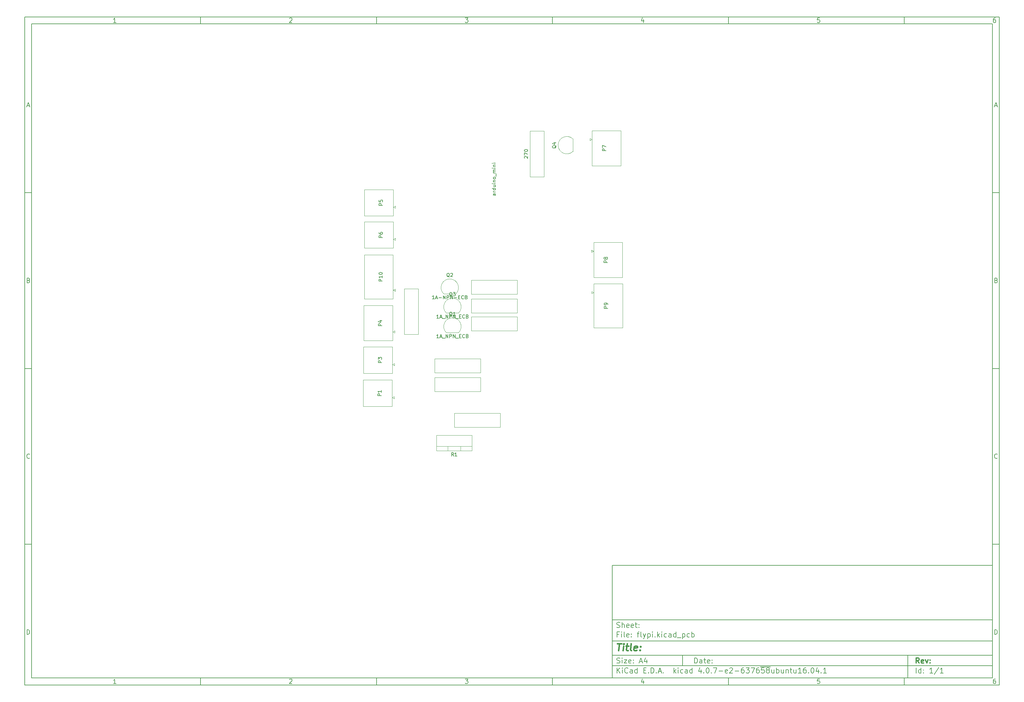
<source format=gbr>
G04 #@! TF.FileFunction,Other,Fab,Top*
%FSLAX46Y46*%
G04 Gerber Fmt 4.6, Leading zero omitted, Abs format (unit mm)*
G04 Created by KiCad (PCBNEW 4.0.7-e2-6376~58~ubuntu16.04.1) date Sun Nov  5 22:34:49 2017*
%MOMM*%
%LPD*%
G01*
G04 APERTURE LIST*
%ADD10C,0.100000*%
%ADD11C,0.150000*%
%ADD12C,0.300000*%
%ADD13C,0.400000*%
G04 APERTURE END LIST*
D10*
D11*
X177002200Y-166007200D02*
X177002200Y-198007200D01*
X285002200Y-198007200D01*
X285002200Y-166007200D01*
X177002200Y-166007200D01*
D10*
D11*
X10000000Y-10000000D02*
X10000000Y-200007200D01*
X287002200Y-200007200D01*
X287002200Y-10000000D01*
X10000000Y-10000000D01*
D10*
D11*
X12000000Y-12000000D02*
X12000000Y-198007200D01*
X285002200Y-198007200D01*
X285002200Y-12000000D01*
X12000000Y-12000000D01*
D10*
D11*
X60000000Y-12000000D02*
X60000000Y-10000000D01*
D10*
D11*
X110000000Y-12000000D02*
X110000000Y-10000000D01*
D10*
D11*
X160000000Y-12000000D02*
X160000000Y-10000000D01*
D10*
D11*
X210000000Y-12000000D02*
X210000000Y-10000000D01*
D10*
D11*
X260000000Y-12000000D02*
X260000000Y-10000000D01*
D10*
D11*
X35990476Y-11588095D02*
X35247619Y-11588095D01*
X35619048Y-11588095D02*
X35619048Y-10288095D01*
X35495238Y-10473810D01*
X35371429Y-10597619D01*
X35247619Y-10659524D01*
D10*
D11*
X85247619Y-10411905D02*
X85309524Y-10350000D01*
X85433333Y-10288095D01*
X85742857Y-10288095D01*
X85866667Y-10350000D01*
X85928571Y-10411905D01*
X85990476Y-10535714D01*
X85990476Y-10659524D01*
X85928571Y-10845238D01*
X85185714Y-11588095D01*
X85990476Y-11588095D01*
D10*
D11*
X135185714Y-10288095D02*
X135990476Y-10288095D01*
X135557143Y-10783333D01*
X135742857Y-10783333D01*
X135866667Y-10845238D01*
X135928571Y-10907143D01*
X135990476Y-11030952D01*
X135990476Y-11340476D01*
X135928571Y-11464286D01*
X135866667Y-11526190D01*
X135742857Y-11588095D01*
X135371429Y-11588095D01*
X135247619Y-11526190D01*
X135185714Y-11464286D01*
D10*
D11*
X185866667Y-10721429D02*
X185866667Y-11588095D01*
X185557143Y-10226190D02*
X185247619Y-11154762D01*
X186052381Y-11154762D01*
D10*
D11*
X235928571Y-10288095D02*
X235309524Y-10288095D01*
X235247619Y-10907143D01*
X235309524Y-10845238D01*
X235433333Y-10783333D01*
X235742857Y-10783333D01*
X235866667Y-10845238D01*
X235928571Y-10907143D01*
X235990476Y-11030952D01*
X235990476Y-11340476D01*
X235928571Y-11464286D01*
X235866667Y-11526190D01*
X235742857Y-11588095D01*
X235433333Y-11588095D01*
X235309524Y-11526190D01*
X235247619Y-11464286D01*
D10*
D11*
X285866667Y-10288095D02*
X285619048Y-10288095D01*
X285495238Y-10350000D01*
X285433333Y-10411905D01*
X285309524Y-10597619D01*
X285247619Y-10845238D01*
X285247619Y-11340476D01*
X285309524Y-11464286D01*
X285371429Y-11526190D01*
X285495238Y-11588095D01*
X285742857Y-11588095D01*
X285866667Y-11526190D01*
X285928571Y-11464286D01*
X285990476Y-11340476D01*
X285990476Y-11030952D01*
X285928571Y-10907143D01*
X285866667Y-10845238D01*
X285742857Y-10783333D01*
X285495238Y-10783333D01*
X285371429Y-10845238D01*
X285309524Y-10907143D01*
X285247619Y-11030952D01*
D10*
D11*
X60000000Y-198007200D02*
X60000000Y-200007200D01*
D10*
D11*
X110000000Y-198007200D02*
X110000000Y-200007200D01*
D10*
D11*
X160000000Y-198007200D02*
X160000000Y-200007200D01*
D10*
D11*
X210000000Y-198007200D02*
X210000000Y-200007200D01*
D10*
D11*
X260000000Y-198007200D02*
X260000000Y-200007200D01*
D10*
D11*
X35990476Y-199595295D02*
X35247619Y-199595295D01*
X35619048Y-199595295D02*
X35619048Y-198295295D01*
X35495238Y-198481010D01*
X35371429Y-198604819D01*
X35247619Y-198666724D01*
D10*
D11*
X85247619Y-198419105D02*
X85309524Y-198357200D01*
X85433333Y-198295295D01*
X85742857Y-198295295D01*
X85866667Y-198357200D01*
X85928571Y-198419105D01*
X85990476Y-198542914D01*
X85990476Y-198666724D01*
X85928571Y-198852438D01*
X85185714Y-199595295D01*
X85990476Y-199595295D01*
D10*
D11*
X135185714Y-198295295D02*
X135990476Y-198295295D01*
X135557143Y-198790533D01*
X135742857Y-198790533D01*
X135866667Y-198852438D01*
X135928571Y-198914343D01*
X135990476Y-199038152D01*
X135990476Y-199347676D01*
X135928571Y-199471486D01*
X135866667Y-199533390D01*
X135742857Y-199595295D01*
X135371429Y-199595295D01*
X135247619Y-199533390D01*
X135185714Y-199471486D01*
D10*
D11*
X185866667Y-198728629D02*
X185866667Y-199595295D01*
X185557143Y-198233390D02*
X185247619Y-199161962D01*
X186052381Y-199161962D01*
D10*
D11*
X235928571Y-198295295D02*
X235309524Y-198295295D01*
X235247619Y-198914343D01*
X235309524Y-198852438D01*
X235433333Y-198790533D01*
X235742857Y-198790533D01*
X235866667Y-198852438D01*
X235928571Y-198914343D01*
X235990476Y-199038152D01*
X235990476Y-199347676D01*
X235928571Y-199471486D01*
X235866667Y-199533390D01*
X235742857Y-199595295D01*
X235433333Y-199595295D01*
X235309524Y-199533390D01*
X235247619Y-199471486D01*
D10*
D11*
X285866667Y-198295295D02*
X285619048Y-198295295D01*
X285495238Y-198357200D01*
X285433333Y-198419105D01*
X285309524Y-198604819D01*
X285247619Y-198852438D01*
X285247619Y-199347676D01*
X285309524Y-199471486D01*
X285371429Y-199533390D01*
X285495238Y-199595295D01*
X285742857Y-199595295D01*
X285866667Y-199533390D01*
X285928571Y-199471486D01*
X285990476Y-199347676D01*
X285990476Y-199038152D01*
X285928571Y-198914343D01*
X285866667Y-198852438D01*
X285742857Y-198790533D01*
X285495238Y-198790533D01*
X285371429Y-198852438D01*
X285309524Y-198914343D01*
X285247619Y-199038152D01*
D10*
D11*
X10000000Y-60000000D02*
X12000000Y-60000000D01*
D10*
D11*
X10000000Y-110000000D02*
X12000000Y-110000000D01*
D10*
D11*
X10000000Y-160000000D02*
X12000000Y-160000000D01*
D10*
D11*
X10690476Y-35216667D02*
X11309524Y-35216667D01*
X10566667Y-35588095D02*
X11000000Y-34288095D01*
X11433333Y-35588095D01*
D10*
D11*
X11092857Y-84907143D02*
X11278571Y-84969048D01*
X11340476Y-85030952D01*
X11402381Y-85154762D01*
X11402381Y-85340476D01*
X11340476Y-85464286D01*
X11278571Y-85526190D01*
X11154762Y-85588095D01*
X10659524Y-85588095D01*
X10659524Y-84288095D01*
X11092857Y-84288095D01*
X11216667Y-84350000D01*
X11278571Y-84411905D01*
X11340476Y-84535714D01*
X11340476Y-84659524D01*
X11278571Y-84783333D01*
X11216667Y-84845238D01*
X11092857Y-84907143D01*
X10659524Y-84907143D01*
D10*
D11*
X11402381Y-135464286D02*
X11340476Y-135526190D01*
X11154762Y-135588095D01*
X11030952Y-135588095D01*
X10845238Y-135526190D01*
X10721429Y-135402381D01*
X10659524Y-135278571D01*
X10597619Y-135030952D01*
X10597619Y-134845238D01*
X10659524Y-134597619D01*
X10721429Y-134473810D01*
X10845238Y-134350000D01*
X11030952Y-134288095D01*
X11154762Y-134288095D01*
X11340476Y-134350000D01*
X11402381Y-134411905D01*
D10*
D11*
X10659524Y-185588095D02*
X10659524Y-184288095D01*
X10969048Y-184288095D01*
X11154762Y-184350000D01*
X11278571Y-184473810D01*
X11340476Y-184597619D01*
X11402381Y-184845238D01*
X11402381Y-185030952D01*
X11340476Y-185278571D01*
X11278571Y-185402381D01*
X11154762Y-185526190D01*
X10969048Y-185588095D01*
X10659524Y-185588095D01*
D10*
D11*
X287002200Y-60000000D02*
X285002200Y-60000000D01*
D10*
D11*
X287002200Y-110000000D02*
X285002200Y-110000000D01*
D10*
D11*
X287002200Y-160000000D02*
X285002200Y-160000000D01*
D10*
D11*
X285692676Y-35216667D02*
X286311724Y-35216667D01*
X285568867Y-35588095D02*
X286002200Y-34288095D01*
X286435533Y-35588095D01*
D10*
D11*
X286095057Y-84907143D02*
X286280771Y-84969048D01*
X286342676Y-85030952D01*
X286404581Y-85154762D01*
X286404581Y-85340476D01*
X286342676Y-85464286D01*
X286280771Y-85526190D01*
X286156962Y-85588095D01*
X285661724Y-85588095D01*
X285661724Y-84288095D01*
X286095057Y-84288095D01*
X286218867Y-84350000D01*
X286280771Y-84411905D01*
X286342676Y-84535714D01*
X286342676Y-84659524D01*
X286280771Y-84783333D01*
X286218867Y-84845238D01*
X286095057Y-84907143D01*
X285661724Y-84907143D01*
D10*
D11*
X286404581Y-135464286D02*
X286342676Y-135526190D01*
X286156962Y-135588095D01*
X286033152Y-135588095D01*
X285847438Y-135526190D01*
X285723629Y-135402381D01*
X285661724Y-135278571D01*
X285599819Y-135030952D01*
X285599819Y-134845238D01*
X285661724Y-134597619D01*
X285723629Y-134473810D01*
X285847438Y-134350000D01*
X286033152Y-134288095D01*
X286156962Y-134288095D01*
X286342676Y-134350000D01*
X286404581Y-134411905D01*
D10*
D11*
X285661724Y-185588095D02*
X285661724Y-184288095D01*
X285971248Y-184288095D01*
X286156962Y-184350000D01*
X286280771Y-184473810D01*
X286342676Y-184597619D01*
X286404581Y-184845238D01*
X286404581Y-185030952D01*
X286342676Y-185278571D01*
X286280771Y-185402381D01*
X286156962Y-185526190D01*
X285971248Y-185588095D01*
X285661724Y-185588095D01*
D10*
D11*
X200359343Y-193785771D02*
X200359343Y-192285771D01*
X200716486Y-192285771D01*
X200930771Y-192357200D01*
X201073629Y-192500057D01*
X201145057Y-192642914D01*
X201216486Y-192928629D01*
X201216486Y-193142914D01*
X201145057Y-193428629D01*
X201073629Y-193571486D01*
X200930771Y-193714343D01*
X200716486Y-193785771D01*
X200359343Y-193785771D01*
X202502200Y-193785771D02*
X202502200Y-193000057D01*
X202430771Y-192857200D01*
X202287914Y-192785771D01*
X202002200Y-192785771D01*
X201859343Y-192857200D01*
X202502200Y-193714343D02*
X202359343Y-193785771D01*
X202002200Y-193785771D01*
X201859343Y-193714343D01*
X201787914Y-193571486D01*
X201787914Y-193428629D01*
X201859343Y-193285771D01*
X202002200Y-193214343D01*
X202359343Y-193214343D01*
X202502200Y-193142914D01*
X203002200Y-192785771D02*
X203573629Y-192785771D01*
X203216486Y-192285771D02*
X203216486Y-193571486D01*
X203287914Y-193714343D01*
X203430772Y-193785771D01*
X203573629Y-193785771D01*
X204645057Y-193714343D02*
X204502200Y-193785771D01*
X204216486Y-193785771D01*
X204073629Y-193714343D01*
X204002200Y-193571486D01*
X204002200Y-193000057D01*
X204073629Y-192857200D01*
X204216486Y-192785771D01*
X204502200Y-192785771D01*
X204645057Y-192857200D01*
X204716486Y-193000057D01*
X204716486Y-193142914D01*
X204002200Y-193285771D01*
X205359343Y-193642914D02*
X205430771Y-193714343D01*
X205359343Y-193785771D01*
X205287914Y-193714343D01*
X205359343Y-193642914D01*
X205359343Y-193785771D01*
X205359343Y-192857200D02*
X205430771Y-192928629D01*
X205359343Y-193000057D01*
X205287914Y-192928629D01*
X205359343Y-192857200D01*
X205359343Y-193000057D01*
D10*
D11*
X177002200Y-194507200D02*
X285002200Y-194507200D01*
D10*
D11*
X178359343Y-196585771D02*
X178359343Y-195085771D01*
X179216486Y-196585771D02*
X178573629Y-195728629D01*
X179216486Y-195085771D02*
X178359343Y-195942914D01*
X179859343Y-196585771D02*
X179859343Y-195585771D01*
X179859343Y-195085771D02*
X179787914Y-195157200D01*
X179859343Y-195228629D01*
X179930771Y-195157200D01*
X179859343Y-195085771D01*
X179859343Y-195228629D01*
X181430772Y-196442914D02*
X181359343Y-196514343D01*
X181145057Y-196585771D01*
X181002200Y-196585771D01*
X180787915Y-196514343D01*
X180645057Y-196371486D01*
X180573629Y-196228629D01*
X180502200Y-195942914D01*
X180502200Y-195728629D01*
X180573629Y-195442914D01*
X180645057Y-195300057D01*
X180787915Y-195157200D01*
X181002200Y-195085771D01*
X181145057Y-195085771D01*
X181359343Y-195157200D01*
X181430772Y-195228629D01*
X182716486Y-196585771D02*
X182716486Y-195800057D01*
X182645057Y-195657200D01*
X182502200Y-195585771D01*
X182216486Y-195585771D01*
X182073629Y-195657200D01*
X182716486Y-196514343D02*
X182573629Y-196585771D01*
X182216486Y-196585771D01*
X182073629Y-196514343D01*
X182002200Y-196371486D01*
X182002200Y-196228629D01*
X182073629Y-196085771D01*
X182216486Y-196014343D01*
X182573629Y-196014343D01*
X182716486Y-195942914D01*
X184073629Y-196585771D02*
X184073629Y-195085771D01*
X184073629Y-196514343D02*
X183930772Y-196585771D01*
X183645058Y-196585771D01*
X183502200Y-196514343D01*
X183430772Y-196442914D01*
X183359343Y-196300057D01*
X183359343Y-195871486D01*
X183430772Y-195728629D01*
X183502200Y-195657200D01*
X183645058Y-195585771D01*
X183930772Y-195585771D01*
X184073629Y-195657200D01*
X185930772Y-195800057D02*
X186430772Y-195800057D01*
X186645058Y-196585771D02*
X185930772Y-196585771D01*
X185930772Y-195085771D01*
X186645058Y-195085771D01*
X187287915Y-196442914D02*
X187359343Y-196514343D01*
X187287915Y-196585771D01*
X187216486Y-196514343D01*
X187287915Y-196442914D01*
X187287915Y-196585771D01*
X188002201Y-196585771D02*
X188002201Y-195085771D01*
X188359344Y-195085771D01*
X188573629Y-195157200D01*
X188716487Y-195300057D01*
X188787915Y-195442914D01*
X188859344Y-195728629D01*
X188859344Y-195942914D01*
X188787915Y-196228629D01*
X188716487Y-196371486D01*
X188573629Y-196514343D01*
X188359344Y-196585771D01*
X188002201Y-196585771D01*
X189502201Y-196442914D02*
X189573629Y-196514343D01*
X189502201Y-196585771D01*
X189430772Y-196514343D01*
X189502201Y-196442914D01*
X189502201Y-196585771D01*
X190145058Y-196157200D02*
X190859344Y-196157200D01*
X190002201Y-196585771D02*
X190502201Y-195085771D01*
X191002201Y-196585771D01*
X191502201Y-196442914D02*
X191573629Y-196514343D01*
X191502201Y-196585771D01*
X191430772Y-196514343D01*
X191502201Y-196442914D01*
X191502201Y-196585771D01*
X194502201Y-196585771D02*
X194502201Y-195085771D01*
X194645058Y-196014343D02*
X195073629Y-196585771D01*
X195073629Y-195585771D02*
X194502201Y-196157200D01*
X195716487Y-196585771D02*
X195716487Y-195585771D01*
X195716487Y-195085771D02*
X195645058Y-195157200D01*
X195716487Y-195228629D01*
X195787915Y-195157200D01*
X195716487Y-195085771D01*
X195716487Y-195228629D01*
X197073630Y-196514343D02*
X196930773Y-196585771D01*
X196645059Y-196585771D01*
X196502201Y-196514343D01*
X196430773Y-196442914D01*
X196359344Y-196300057D01*
X196359344Y-195871486D01*
X196430773Y-195728629D01*
X196502201Y-195657200D01*
X196645059Y-195585771D01*
X196930773Y-195585771D01*
X197073630Y-195657200D01*
X198359344Y-196585771D02*
X198359344Y-195800057D01*
X198287915Y-195657200D01*
X198145058Y-195585771D01*
X197859344Y-195585771D01*
X197716487Y-195657200D01*
X198359344Y-196514343D02*
X198216487Y-196585771D01*
X197859344Y-196585771D01*
X197716487Y-196514343D01*
X197645058Y-196371486D01*
X197645058Y-196228629D01*
X197716487Y-196085771D01*
X197859344Y-196014343D01*
X198216487Y-196014343D01*
X198359344Y-195942914D01*
X199716487Y-196585771D02*
X199716487Y-195085771D01*
X199716487Y-196514343D02*
X199573630Y-196585771D01*
X199287916Y-196585771D01*
X199145058Y-196514343D01*
X199073630Y-196442914D01*
X199002201Y-196300057D01*
X199002201Y-195871486D01*
X199073630Y-195728629D01*
X199145058Y-195657200D01*
X199287916Y-195585771D01*
X199573630Y-195585771D01*
X199716487Y-195657200D01*
X202216487Y-195585771D02*
X202216487Y-196585771D01*
X201859344Y-195014343D02*
X201502201Y-196085771D01*
X202430773Y-196085771D01*
X203002201Y-196442914D02*
X203073629Y-196514343D01*
X203002201Y-196585771D01*
X202930772Y-196514343D01*
X203002201Y-196442914D01*
X203002201Y-196585771D01*
X204002201Y-195085771D02*
X204145058Y-195085771D01*
X204287915Y-195157200D01*
X204359344Y-195228629D01*
X204430773Y-195371486D01*
X204502201Y-195657200D01*
X204502201Y-196014343D01*
X204430773Y-196300057D01*
X204359344Y-196442914D01*
X204287915Y-196514343D01*
X204145058Y-196585771D01*
X204002201Y-196585771D01*
X203859344Y-196514343D01*
X203787915Y-196442914D01*
X203716487Y-196300057D01*
X203645058Y-196014343D01*
X203645058Y-195657200D01*
X203716487Y-195371486D01*
X203787915Y-195228629D01*
X203859344Y-195157200D01*
X204002201Y-195085771D01*
X205145058Y-196442914D02*
X205216486Y-196514343D01*
X205145058Y-196585771D01*
X205073629Y-196514343D01*
X205145058Y-196442914D01*
X205145058Y-196585771D01*
X205716487Y-195085771D02*
X206716487Y-195085771D01*
X206073630Y-196585771D01*
X207287915Y-196014343D02*
X208430772Y-196014343D01*
X209716486Y-196514343D02*
X209573629Y-196585771D01*
X209287915Y-196585771D01*
X209145058Y-196514343D01*
X209073629Y-196371486D01*
X209073629Y-195800057D01*
X209145058Y-195657200D01*
X209287915Y-195585771D01*
X209573629Y-195585771D01*
X209716486Y-195657200D01*
X209787915Y-195800057D01*
X209787915Y-195942914D01*
X209073629Y-196085771D01*
X210359343Y-195228629D02*
X210430772Y-195157200D01*
X210573629Y-195085771D01*
X210930772Y-195085771D01*
X211073629Y-195157200D01*
X211145058Y-195228629D01*
X211216486Y-195371486D01*
X211216486Y-195514343D01*
X211145058Y-195728629D01*
X210287915Y-196585771D01*
X211216486Y-196585771D01*
X211859343Y-196014343D02*
X213002200Y-196014343D01*
X214359343Y-195085771D02*
X214073629Y-195085771D01*
X213930772Y-195157200D01*
X213859343Y-195228629D01*
X213716486Y-195442914D01*
X213645057Y-195728629D01*
X213645057Y-196300057D01*
X213716486Y-196442914D01*
X213787914Y-196514343D01*
X213930772Y-196585771D01*
X214216486Y-196585771D01*
X214359343Y-196514343D01*
X214430772Y-196442914D01*
X214502200Y-196300057D01*
X214502200Y-195942914D01*
X214430772Y-195800057D01*
X214359343Y-195728629D01*
X214216486Y-195657200D01*
X213930772Y-195657200D01*
X213787914Y-195728629D01*
X213716486Y-195800057D01*
X213645057Y-195942914D01*
X215002200Y-195085771D02*
X215930771Y-195085771D01*
X215430771Y-195657200D01*
X215645057Y-195657200D01*
X215787914Y-195728629D01*
X215859343Y-195800057D01*
X215930771Y-195942914D01*
X215930771Y-196300057D01*
X215859343Y-196442914D01*
X215787914Y-196514343D01*
X215645057Y-196585771D01*
X215216485Y-196585771D01*
X215073628Y-196514343D01*
X215002200Y-196442914D01*
X216430771Y-195085771D02*
X217430771Y-195085771D01*
X216787914Y-196585771D01*
X218645056Y-195085771D02*
X218359342Y-195085771D01*
X218216485Y-195157200D01*
X218145056Y-195228629D01*
X218002199Y-195442914D01*
X217930770Y-195728629D01*
X217930770Y-196300057D01*
X218002199Y-196442914D01*
X218073627Y-196514343D01*
X218216485Y-196585771D01*
X218502199Y-196585771D01*
X218645056Y-196514343D01*
X218716485Y-196442914D01*
X218787913Y-196300057D01*
X218787913Y-195942914D01*
X218716485Y-195800057D01*
X218645056Y-195728629D01*
X218502199Y-195657200D01*
X218216485Y-195657200D01*
X218073627Y-195728629D01*
X218002199Y-195800057D01*
X217930770Y-195942914D01*
X220145056Y-195085771D02*
X219430770Y-195085771D01*
X219359341Y-195800057D01*
X219430770Y-195728629D01*
X219573627Y-195657200D01*
X219930770Y-195657200D01*
X220073627Y-195728629D01*
X220145056Y-195800057D01*
X220216484Y-195942914D01*
X220216484Y-196300057D01*
X220145056Y-196442914D01*
X220073627Y-196514343D01*
X219930770Y-196585771D01*
X219573627Y-196585771D01*
X219430770Y-196514343D01*
X219359341Y-196442914D01*
X221073627Y-195728629D02*
X220930769Y-195657200D01*
X220859341Y-195585771D01*
X220787912Y-195442914D01*
X220787912Y-195371486D01*
X220859341Y-195228629D01*
X220930769Y-195157200D01*
X221073627Y-195085771D01*
X221359341Y-195085771D01*
X221502198Y-195157200D01*
X221573627Y-195228629D01*
X221645055Y-195371486D01*
X221645055Y-195442914D01*
X221573627Y-195585771D01*
X221502198Y-195657200D01*
X221359341Y-195728629D01*
X221073627Y-195728629D01*
X220930769Y-195800057D01*
X220859341Y-195871486D01*
X220787912Y-196014343D01*
X220787912Y-196300057D01*
X220859341Y-196442914D01*
X220930769Y-196514343D01*
X221073627Y-196585771D01*
X221359341Y-196585771D01*
X221502198Y-196514343D01*
X221573627Y-196442914D01*
X221645055Y-196300057D01*
X221645055Y-196014343D01*
X221573627Y-195871486D01*
X221502198Y-195800057D01*
X221359341Y-195728629D01*
X219073627Y-194827200D02*
X221930769Y-194827200D01*
X222930769Y-195585771D02*
X222930769Y-196585771D01*
X222287912Y-195585771D02*
X222287912Y-196371486D01*
X222359340Y-196514343D01*
X222502198Y-196585771D01*
X222716483Y-196585771D01*
X222859340Y-196514343D01*
X222930769Y-196442914D01*
X223645055Y-196585771D02*
X223645055Y-195085771D01*
X223645055Y-195657200D02*
X223787912Y-195585771D01*
X224073626Y-195585771D01*
X224216483Y-195657200D01*
X224287912Y-195728629D01*
X224359341Y-195871486D01*
X224359341Y-196300057D01*
X224287912Y-196442914D01*
X224216483Y-196514343D01*
X224073626Y-196585771D01*
X223787912Y-196585771D01*
X223645055Y-196514343D01*
X225645055Y-195585771D02*
X225645055Y-196585771D01*
X225002198Y-195585771D02*
X225002198Y-196371486D01*
X225073626Y-196514343D01*
X225216484Y-196585771D01*
X225430769Y-196585771D01*
X225573626Y-196514343D01*
X225645055Y-196442914D01*
X226359341Y-195585771D02*
X226359341Y-196585771D01*
X226359341Y-195728629D02*
X226430769Y-195657200D01*
X226573627Y-195585771D01*
X226787912Y-195585771D01*
X226930769Y-195657200D01*
X227002198Y-195800057D01*
X227002198Y-196585771D01*
X227502198Y-195585771D02*
X228073627Y-195585771D01*
X227716484Y-195085771D02*
X227716484Y-196371486D01*
X227787912Y-196514343D01*
X227930770Y-196585771D01*
X228073627Y-196585771D01*
X229216484Y-195585771D02*
X229216484Y-196585771D01*
X228573627Y-195585771D02*
X228573627Y-196371486D01*
X228645055Y-196514343D01*
X228787913Y-196585771D01*
X229002198Y-196585771D01*
X229145055Y-196514343D01*
X229216484Y-196442914D01*
X230716484Y-196585771D02*
X229859341Y-196585771D01*
X230287913Y-196585771D02*
X230287913Y-195085771D01*
X230145056Y-195300057D01*
X230002198Y-195442914D01*
X229859341Y-195514343D01*
X232002198Y-195085771D02*
X231716484Y-195085771D01*
X231573627Y-195157200D01*
X231502198Y-195228629D01*
X231359341Y-195442914D01*
X231287912Y-195728629D01*
X231287912Y-196300057D01*
X231359341Y-196442914D01*
X231430769Y-196514343D01*
X231573627Y-196585771D01*
X231859341Y-196585771D01*
X232002198Y-196514343D01*
X232073627Y-196442914D01*
X232145055Y-196300057D01*
X232145055Y-195942914D01*
X232073627Y-195800057D01*
X232002198Y-195728629D01*
X231859341Y-195657200D01*
X231573627Y-195657200D01*
X231430769Y-195728629D01*
X231359341Y-195800057D01*
X231287912Y-195942914D01*
X232787912Y-196442914D02*
X232859340Y-196514343D01*
X232787912Y-196585771D01*
X232716483Y-196514343D01*
X232787912Y-196442914D01*
X232787912Y-196585771D01*
X233787912Y-195085771D02*
X233930769Y-195085771D01*
X234073626Y-195157200D01*
X234145055Y-195228629D01*
X234216484Y-195371486D01*
X234287912Y-195657200D01*
X234287912Y-196014343D01*
X234216484Y-196300057D01*
X234145055Y-196442914D01*
X234073626Y-196514343D01*
X233930769Y-196585771D01*
X233787912Y-196585771D01*
X233645055Y-196514343D01*
X233573626Y-196442914D01*
X233502198Y-196300057D01*
X233430769Y-196014343D01*
X233430769Y-195657200D01*
X233502198Y-195371486D01*
X233573626Y-195228629D01*
X233645055Y-195157200D01*
X233787912Y-195085771D01*
X235573626Y-195585771D02*
X235573626Y-196585771D01*
X235216483Y-195014343D02*
X234859340Y-196085771D01*
X235787912Y-196085771D01*
X236359340Y-196442914D02*
X236430768Y-196514343D01*
X236359340Y-196585771D01*
X236287911Y-196514343D01*
X236359340Y-196442914D01*
X236359340Y-196585771D01*
X237859340Y-196585771D02*
X237002197Y-196585771D01*
X237430769Y-196585771D02*
X237430769Y-195085771D01*
X237287912Y-195300057D01*
X237145054Y-195442914D01*
X237002197Y-195514343D01*
D10*
D11*
X177002200Y-191507200D02*
X285002200Y-191507200D01*
D10*
D12*
X264216486Y-193785771D02*
X263716486Y-193071486D01*
X263359343Y-193785771D02*
X263359343Y-192285771D01*
X263930771Y-192285771D01*
X264073629Y-192357200D01*
X264145057Y-192428629D01*
X264216486Y-192571486D01*
X264216486Y-192785771D01*
X264145057Y-192928629D01*
X264073629Y-193000057D01*
X263930771Y-193071486D01*
X263359343Y-193071486D01*
X265430771Y-193714343D02*
X265287914Y-193785771D01*
X265002200Y-193785771D01*
X264859343Y-193714343D01*
X264787914Y-193571486D01*
X264787914Y-193000057D01*
X264859343Y-192857200D01*
X265002200Y-192785771D01*
X265287914Y-192785771D01*
X265430771Y-192857200D01*
X265502200Y-193000057D01*
X265502200Y-193142914D01*
X264787914Y-193285771D01*
X266002200Y-192785771D02*
X266359343Y-193785771D01*
X266716485Y-192785771D01*
X267287914Y-193642914D02*
X267359342Y-193714343D01*
X267287914Y-193785771D01*
X267216485Y-193714343D01*
X267287914Y-193642914D01*
X267287914Y-193785771D01*
X267287914Y-192857200D02*
X267359342Y-192928629D01*
X267287914Y-193000057D01*
X267216485Y-192928629D01*
X267287914Y-192857200D01*
X267287914Y-193000057D01*
D10*
D11*
X178287914Y-193714343D02*
X178502200Y-193785771D01*
X178859343Y-193785771D01*
X179002200Y-193714343D01*
X179073629Y-193642914D01*
X179145057Y-193500057D01*
X179145057Y-193357200D01*
X179073629Y-193214343D01*
X179002200Y-193142914D01*
X178859343Y-193071486D01*
X178573629Y-193000057D01*
X178430771Y-192928629D01*
X178359343Y-192857200D01*
X178287914Y-192714343D01*
X178287914Y-192571486D01*
X178359343Y-192428629D01*
X178430771Y-192357200D01*
X178573629Y-192285771D01*
X178930771Y-192285771D01*
X179145057Y-192357200D01*
X179787914Y-193785771D02*
X179787914Y-192785771D01*
X179787914Y-192285771D02*
X179716485Y-192357200D01*
X179787914Y-192428629D01*
X179859342Y-192357200D01*
X179787914Y-192285771D01*
X179787914Y-192428629D01*
X180359343Y-192785771D02*
X181145057Y-192785771D01*
X180359343Y-193785771D01*
X181145057Y-193785771D01*
X182287914Y-193714343D02*
X182145057Y-193785771D01*
X181859343Y-193785771D01*
X181716486Y-193714343D01*
X181645057Y-193571486D01*
X181645057Y-193000057D01*
X181716486Y-192857200D01*
X181859343Y-192785771D01*
X182145057Y-192785771D01*
X182287914Y-192857200D01*
X182359343Y-193000057D01*
X182359343Y-193142914D01*
X181645057Y-193285771D01*
X183002200Y-193642914D02*
X183073628Y-193714343D01*
X183002200Y-193785771D01*
X182930771Y-193714343D01*
X183002200Y-193642914D01*
X183002200Y-193785771D01*
X183002200Y-192857200D02*
X183073628Y-192928629D01*
X183002200Y-193000057D01*
X182930771Y-192928629D01*
X183002200Y-192857200D01*
X183002200Y-193000057D01*
X184787914Y-193357200D02*
X185502200Y-193357200D01*
X184645057Y-193785771D02*
X185145057Y-192285771D01*
X185645057Y-193785771D01*
X186787914Y-192785771D02*
X186787914Y-193785771D01*
X186430771Y-192214343D02*
X186073628Y-193285771D01*
X187002200Y-193285771D01*
D10*
D11*
X263359343Y-196585771D02*
X263359343Y-195085771D01*
X264716486Y-196585771D02*
X264716486Y-195085771D01*
X264716486Y-196514343D02*
X264573629Y-196585771D01*
X264287915Y-196585771D01*
X264145057Y-196514343D01*
X264073629Y-196442914D01*
X264002200Y-196300057D01*
X264002200Y-195871486D01*
X264073629Y-195728629D01*
X264145057Y-195657200D01*
X264287915Y-195585771D01*
X264573629Y-195585771D01*
X264716486Y-195657200D01*
X265430772Y-196442914D02*
X265502200Y-196514343D01*
X265430772Y-196585771D01*
X265359343Y-196514343D01*
X265430772Y-196442914D01*
X265430772Y-196585771D01*
X265430772Y-195657200D02*
X265502200Y-195728629D01*
X265430772Y-195800057D01*
X265359343Y-195728629D01*
X265430772Y-195657200D01*
X265430772Y-195800057D01*
X268073629Y-196585771D02*
X267216486Y-196585771D01*
X267645058Y-196585771D02*
X267645058Y-195085771D01*
X267502201Y-195300057D01*
X267359343Y-195442914D01*
X267216486Y-195514343D01*
X269787914Y-195014343D02*
X268502200Y-196942914D01*
X271073629Y-196585771D02*
X270216486Y-196585771D01*
X270645058Y-196585771D02*
X270645058Y-195085771D01*
X270502201Y-195300057D01*
X270359343Y-195442914D01*
X270216486Y-195514343D01*
D10*
D11*
X177002200Y-187507200D02*
X285002200Y-187507200D01*
D10*
D13*
X178454581Y-188211962D02*
X179597438Y-188211962D01*
X178776010Y-190211962D02*
X179026010Y-188211962D01*
X180014105Y-190211962D02*
X180180771Y-188878629D01*
X180264105Y-188211962D02*
X180156962Y-188307200D01*
X180240295Y-188402438D01*
X180347439Y-188307200D01*
X180264105Y-188211962D01*
X180240295Y-188402438D01*
X180847438Y-188878629D02*
X181609343Y-188878629D01*
X181216486Y-188211962D02*
X181002200Y-189926248D01*
X181073630Y-190116724D01*
X181252201Y-190211962D01*
X181442677Y-190211962D01*
X182395058Y-190211962D02*
X182216487Y-190116724D01*
X182145057Y-189926248D01*
X182359343Y-188211962D01*
X183930772Y-190116724D02*
X183728391Y-190211962D01*
X183347439Y-190211962D01*
X183168867Y-190116724D01*
X183097438Y-189926248D01*
X183192676Y-189164343D01*
X183311724Y-188973867D01*
X183514105Y-188878629D01*
X183895057Y-188878629D01*
X184073629Y-188973867D01*
X184145057Y-189164343D01*
X184121248Y-189354819D01*
X183145057Y-189545295D01*
X184895057Y-190021486D02*
X184978392Y-190116724D01*
X184871248Y-190211962D01*
X184787915Y-190116724D01*
X184895057Y-190021486D01*
X184871248Y-190211962D01*
X185026010Y-188973867D02*
X185109344Y-189069105D01*
X185002200Y-189164343D01*
X184918867Y-189069105D01*
X185026010Y-188973867D01*
X185002200Y-189164343D01*
D10*
D11*
X178859343Y-185600057D02*
X178359343Y-185600057D01*
X178359343Y-186385771D02*
X178359343Y-184885771D01*
X179073629Y-184885771D01*
X179645057Y-186385771D02*
X179645057Y-185385771D01*
X179645057Y-184885771D02*
X179573628Y-184957200D01*
X179645057Y-185028629D01*
X179716485Y-184957200D01*
X179645057Y-184885771D01*
X179645057Y-185028629D01*
X180573629Y-186385771D02*
X180430771Y-186314343D01*
X180359343Y-186171486D01*
X180359343Y-184885771D01*
X181716485Y-186314343D02*
X181573628Y-186385771D01*
X181287914Y-186385771D01*
X181145057Y-186314343D01*
X181073628Y-186171486D01*
X181073628Y-185600057D01*
X181145057Y-185457200D01*
X181287914Y-185385771D01*
X181573628Y-185385771D01*
X181716485Y-185457200D01*
X181787914Y-185600057D01*
X181787914Y-185742914D01*
X181073628Y-185885771D01*
X182430771Y-186242914D02*
X182502199Y-186314343D01*
X182430771Y-186385771D01*
X182359342Y-186314343D01*
X182430771Y-186242914D01*
X182430771Y-186385771D01*
X182430771Y-185457200D02*
X182502199Y-185528629D01*
X182430771Y-185600057D01*
X182359342Y-185528629D01*
X182430771Y-185457200D01*
X182430771Y-185600057D01*
X184073628Y-185385771D02*
X184645057Y-185385771D01*
X184287914Y-186385771D02*
X184287914Y-185100057D01*
X184359342Y-184957200D01*
X184502200Y-184885771D01*
X184645057Y-184885771D01*
X185359343Y-186385771D02*
X185216485Y-186314343D01*
X185145057Y-186171486D01*
X185145057Y-184885771D01*
X185787914Y-185385771D02*
X186145057Y-186385771D01*
X186502199Y-185385771D02*
X186145057Y-186385771D01*
X186002199Y-186742914D01*
X185930771Y-186814343D01*
X185787914Y-186885771D01*
X187073628Y-185385771D02*
X187073628Y-186885771D01*
X187073628Y-185457200D02*
X187216485Y-185385771D01*
X187502199Y-185385771D01*
X187645056Y-185457200D01*
X187716485Y-185528629D01*
X187787914Y-185671486D01*
X187787914Y-186100057D01*
X187716485Y-186242914D01*
X187645056Y-186314343D01*
X187502199Y-186385771D01*
X187216485Y-186385771D01*
X187073628Y-186314343D01*
X188430771Y-186385771D02*
X188430771Y-185385771D01*
X188430771Y-184885771D02*
X188359342Y-184957200D01*
X188430771Y-185028629D01*
X188502199Y-184957200D01*
X188430771Y-184885771D01*
X188430771Y-185028629D01*
X189145057Y-186242914D02*
X189216485Y-186314343D01*
X189145057Y-186385771D01*
X189073628Y-186314343D01*
X189145057Y-186242914D01*
X189145057Y-186385771D01*
X189859343Y-186385771D02*
X189859343Y-184885771D01*
X190002200Y-185814343D02*
X190430771Y-186385771D01*
X190430771Y-185385771D02*
X189859343Y-185957200D01*
X191073629Y-186385771D02*
X191073629Y-185385771D01*
X191073629Y-184885771D02*
X191002200Y-184957200D01*
X191073629Y-185028629D01*
X191145057Y-184957200D01*
X191073629Y-184885771D01*
X191073629Y-185028629D01*
X192430772Y-186314343D02*
X192287915Y-186385771D01*
X192002201Y-186385771D01*
X191859343Y-186314343D01*
X191787915Y-186242914D01*
X191716486Y-186100057D01*
X191716486Y-185671486D01*
X191787915Y-185528629D01*
X191859343Y-185457200D01*
X192002201Y-185385771D01*
X192287915Y-185385771D01*
X192430772Y-185457200D01*
X193716486Y-186385771D02*
X193716486Y-185600057D01*
X193645057Y-185457200D01*
X193502200Y-185385771D01*
X193216486Y-185385771D01*
X193073629Y-185457200D01*
X193716486Y-186314343D02*
X193573629Y-186385771D01*
X193216486Y-186385771D01*
X193073629Y-186314343D01*
X193002200Y-186171486D01*
X193002200Y-186028629D01*
X193073629Y-185885771D01*
X193216486Y-185814343D01*
X193573629Y-185814343D01*
X193716486Y-185742914D01*
X195073629Y-186385771D02*
X195073629Y-184885771D01*
X195073629Y-186314343D02*
X194930772Y-186385771D01*
X194645058Y-186385771D01*
X194502200Y-186314343D01*
X194430772Y-186242914D01*
X194359343Y-186100057D01*
X194359343Y-185671486D01*
X194430772Y-185528629D01*
X194502200Y-185457200D01*
X194645058Y-185385771D01*
X194930772Y-185385771D01*
X195073629Y-185457200D01*
X195430772Y-186528629D02*
X196573629Y-186528629D01*
X196930772Y-185385771D02*
X196930772Y-186885771D01*
X196930772Y-185457200D02*
X197073629Y-185385771D01*
X197359343Y-185385771D01*
X197502200Y-185457200D01*
X197573629Y-185528629D01*
X197645058Y-185671486D01*
X197645058Y-186100057D01*
X197573629Y-186242914D01*
X197502200Y-186314343D01*
X197359343Y-186385771D01*
X197073629Y-186385771D01*
X196930772Y-186314343D01*
X198930772Y-186314343D02*
X198787915Y-186385771D01*
X198502201Y-186385771D01*
X198359343Y-186314343D01*
X198287915Y-186242914D01*
X198216486Y-186100057D01*
X198216486Y-185671486D01*
X198287915Y-185528629D01*
X198359343Y-185457200D01*
X198502201Y-185385771D01*
X198787915Y-185385771D01*
X198930772Y-185457200D01*
X199573629Y-186385771D02*
X199573629Y-184885771D01*
X199573629Y-185457200D02*
X199716486Y-185385771D01*
X200002200Y-185385771D01*
X200145057Y-185457200D01*
X200216486Y-185528629D01*
X200287915Y-185671486D01*
X200287915Y-186100057D01*
X200216486Y-186242914D01*
X200145057Y-186314343D01*
X200002200Y-186385771D01*
X199716486Y-186385771D01*
X199573629Y-186314343D01*
D10*
D11*
X177002200Y-181507200D02*
X285002200Y-181507200D01*
D10*
D11*
X178287914Y-183614343D02*
X178502200Y-183685771D01*
X178859343Y-183685771D01*
X179002200Y-183614343D01*
X179073629Y-183542914D01*
X179145057Y-183400057D01*
X179145057Y-183257200D01*
X179073629Y-183114343D01*
X179002200Y-183042914D01*
X178859343Y-182971486D01*
X178573629Y-182900057D01*
X178430771Y-182828629D01*
X178359343Y-182757200D01*
X178287914Y-182614343D01*
X178287914Y-182471486D01*
X178359343Y-182328629D01*
X178430771Y-182257200D01*
X178573629Y-182185771D01*
X178930771Y-182185771D01*
X179145057Y-182257200D01*
X179787914Y-183685771D02*
X179787914Y-182185771D01*
X180430771Y-183685771D02*
X180430771Y-182900057D01*
X180359342Y-182757200D01*
X180216485Y-182685771D01*
X180002200Y-182685771D01*
X179859342Y-182757200D01*
X179787914Y-182828629D01*
X181716485Y-183614343D02*
X181573628Y-183685771D01*
X181287914Y-183685771D01*
X181145057Y-183614343D01*
X181073628Y-183471486D01*
X181073628Y-182900057D01*
X181145057Y-182757200D01*
X181287914Y-182685771D01*
X181573628Y-182685771D01*
X181716485Y-182757200D01*
X181787914Y-182900057D01*
X181787914Y-183042914D01*
X181073628Y-183185771D01*
X183002199Y-183614343D02*
X182859342Y-183685771D01*
X182573628Y-183685771D01*
X182430771Y-183614343D01*
X182359342Y-183471486D01*
X182359342Y-182900057D01*
X182430771Y-182757200D01*
X182573628Y-182685771D01*
X182859342Y-182685771D01*
X183002199Y-182757200D01*
X183073628Y-182900057D01*
X183073628Y-183042914D01*
X182359342Y-183185771D01*
X183502199Y-182685771D02*
X184073628Y-182685771D01*
X183716485Y-182185771D02*
X183716485Y-183471486D01*
X183787913Y-183614343D01*
X183930771Y-183685771D01*
X184073628Y-183685771D01*
X184573628Y-183542914D02*
X184645056Y-183614343D01*
X184573628Y-183685771D01*
X184502199Y-183614343D01*
X184573628Y-183542914D01*
X184573628Y-183685771D01*
X184573628Y-182757200D02*
X184645056Y-182828629D01*
X184573628Y-182900057D01*
X184502199Y-182828629D01*
X184573628Y-182757200D01*
X184573628Y-182900057D01*
D10*
D11*
X197002200Y-191507200D02*
X197002200Y-194507200D01*
D10*
D11*
X261002200Y-191507200D02*
X261002200Y-198007200D01*
D10*
X129070000Y-88745000D02*
X132570000Y-88745000D01*
X132563625Y-88748625D02*
G75*
G03X130810000Y-84515000I-1753625J1753625D01*
G01*
X129056375Y-88748625D02*
G75*
G02X130810000Y-84515000I1753625J1753625D01*
G01*
X121890000Y-87280000D02*
X117890000Y-87280000D01*
X117890000Y-87280000D02*
X117890000Y-100280000D01*
X117890000Y-100280000D02*
X121890000Y-100280000D01*
X121890000Y-100280000D02*
X121890000Y-87280000D01*
X106200000Y-120740000D02*
X114400000Y-120740000D01*
X114400000Y-120740000D02*
X114400000Y-113240000D01*
X114400000Y-113240000D02*
X106200000Y-113240000D01*
X106200000Y-113240000D02*
X106200000Y-120740000D01*
X114400000Y-118240000D02*
X115000000Y-118540000D01*
X115000000Y-118540000D02*
X115000000Y-117940000D01*
X115000000Y-117940000D02*
X114400000Y-118240000D01*
X106330000Y-111340000D02*
X114530000Y-111340000D01*
X114530000Y-111340000D02*
X114530000Y-103840000D01*
X114530000Y-103840000D02*
X106330000Y-103840000D01*
X106330000Y-103840000D02*
X106330000Y-111340000D01*
X114530000Y-108840000D02*
X115130000Y-109140000D01*
X115130000Y-109140000D02*
X115130000Y-108540000D01*
X115130000Y-108540000D02*
X114530000Y-108840000D01*
X106350000Y-102080000D02*
X114550000Y-102080000D01*
X114550000Y-102080000D02*
X114550000Y-92080000D01*
X114550000Y-92080000D02*
X106350000Y-92080000D01*
X106350000Y-92080000D02*
X106350000Y-102080000D01*
X114550000Y-99580000D02*
X115150000Y-99880000D01*
X115150000Y-99880000D02*
X115150000Y-99280000D01*
X115150000Y-99280000D02*
X114550000Y-99580000D01*
X106570000Y-66590000D02*
X114770000Y-66590000D01*
X114770000Y-66590000D02*
X114770000Y-59090000D01*
X114770000Y-59090000D02*
X106570000Y-59090000D01*
X106570000Y-59090000D02*
X106570000Y-66590000D01*
X114770000Y-64090000D02*
X115370000Y-64390000D01*
X115370000Y-64390000D02*
X115370000Y-63790000D01*
X115370000Y-63790000D02*
X114770000Y-64090000D01*
X106560000Y-75750000D02*
X114760000Y-75750000D01*
X114760000Y-75750000D02*
X114760000Y-68250000D01*
X114760000Y-68250000D02*
X106560000Y-68250000D01*
X106560000Y-68250000D02*
X106560000Y-75750000D01*
X114760000Y-73250000D02*
X115360000Y-73550000D01*
X115360000Y-73550000D02*
X115360000Y-72950000D01*
X115360000Y-72950000D02*
X114760000Y-73250000D01*
X179420000Y-42330000D02*
X171220000Y-42330000D01*
X171220000Y-42330000D02*
X171220000Y-52330000D01*
X171220000Y-52330000D02*
X179420000Y-52330000D01*
X179420000Y-52330000D02*
X179420000Y-42330000D01*
X171220000Y-44830000D02*
X170620000Y-44530000D01*
X170620000Y-44530000D02*
X170620000Y-45130000D01*
X170620000Y-45130000D02*
X171220000Y-44830000D01*
X179900000Y-74120000D02*
X171700000Y-74120000D01*
X171700000Y-74120000D02*
X171700000Y-84120000D01*
X171700000Y-84120000D02*
X179900000Y-84120000D01*
X179900000Y-84120000D02*
X179900000Y-74120000D01*
X171700000Y-76620000D02*
X171100000Y-76320000D01*
X171100000Y-76320000D02*
X171100000Y-76920000D01*
X171100000Y-76920000D02*
X171700000Y-76620000D01*
X179930000Y-85890000D02*
X171730000Y-85890000D01*
X171730000Y-85890000D02*
X171730000Y-98390000D01*
X171730000Y-98390000D02*
X179930000Y-98390000D01*
X179930000Y-98390000D02*
X179930000Y-85890000D01*
X171730000Y-88390000D02*
X171130000Y-88090000D01*
X171130000Y-88090000D02*
X171130000Y-88690000D01*
X171130000Y-88690000D02*
X171730000Y-88390000D01*
X106510000Y-90180000D02*
X114710000Y-90180000D01*
X114710000Y-90180000D02*
X114710000Y-77680000D01*
X114710000Y-77680000D02*
X106510000Y-77680000D01*
X106510000Y-77680000D02*
X106510000Y-90180000D01*
X114710000Y-87680000D02*
X115310000Y-87980000D01*
X115310000Y-87980000D02*
X115310000Y-87380000D01*
X115310000Y-87380000D02*
X114710000Y-87680000D01*
X165834000Y-48252000D02*
X165834000Y-44752000D01*
X165837625Y-44728375D02*
G75*
G03X161604000Y-46482000I-1753625J-1753625D01*
G01*
X165837625Y-48235625D02*
G75*
G02X161604000Y-46482000I-1753625J1753625D01*
G01*
X137070000Y-133340000D02*
X137070000Y-128940000D01*
X137070000Y-128940000D02*
X127070000Y-128940000D01*
X127070000Y-128940000D02*
X127070000Y-133340000D01*
X127070000Y-133340000D02*
X137070000Y-133340000D01*
X137070000Y-132070000D02*
X127070000Y-132070000D01*
X133920000Y-133340000D02*
X133920000Y-132070000D01*
X130220000Y-133340000D02*
X130220000Y-132070000D01*
X136938000Y-84868000D02*
X136938000Y-88868000D01*
X136938000Y-88868000D02*
X149938000Y-88868000D01*
X149938000Y-88868000D02*
X149938000Y-84868000D01*
X149938000Y-84868000D02*
X136938000Y-84868000D01*
X136938000Y-95282000D02*
X136938000Y-99282000D01*
X136938000Y-99282000D02*
X149938000Y-99282000D01*
X149938000Y-99282000D02*
X149938000Y-95282000D01*
X149938000Y-95282000D02*
X136938000Y-95282000D01*
X136938000Y-90202000D02*
X136938000Y-94202000D01*
X136938000Y-94202000D02*
X149938000Y-94202000D01*
X149938000Y-94202000D02*
X149938000Y-90202000D01*
X149938000Y-90202000D02*
X136938000Y-90202000D01*
X157580000Y-42450000D02*
X153580000Y-42450000D01*
X153580000Y-42450000D02*
X153580000Y-55450000D01*
X153580000Y-55450000D02*
X157580000Y-55450000D01*
X157580000Y-55450000D02*
X157580000Y-42450000D01*
X132112000Y-122714000D02*
X132112000Y-126714000D01*
X132112000Y-126714000D02*
X145112000Y-126714000D01*
X145112000Y-126714000D02*
X145112000Y-122714000D01*
X145112000Y-122714000D02*
X132112000Y-122714000D01*
X126524000Y-112554000D02*
X126524000Y-116554000D01*
X126524000Y-116554000D02*
X139524000Y-116554000D01*
X139524000Y-116554000D02*
X139524000Y-112554000D01*
X139524000Y-112554000D02*
X126524000Y-112554000D01*
X126524000Y-107220000D02*
X126524000Y-111220000D01*
X126524000Y-111220000D02*
X139524000Y-111220000D01*
X139524000Y-111220000D02*
X139524000Y-107220000D01*
X139524000Y-107220000D02*
X126524000Y-107220000D01*
X129832000Y-94206000D02*
X133332000Y-94206000D01*
X133325625Y-94209625D02*
G75*
G03X131572000Y-89976000I-1753625J1753625D01*
G01*
X129818375Y-94209625D02*
G75*
G02X131572000Y-89976000I1753625J1753625D01*
G01*
X129832000Y-99794000D02*
X133332000Y-99794000D01*
X133325625Y-99797625D02*
G75*
G03X131572000Y-95564000I-1753625J1753625D01*
G01*
X129818375Y-99797625D02*
G75*
G02X131572000Y-95564000I1753625J1753625D01*
G01*
D11*
X126429048Y-90237381D02*
X125857619Y-90237381D01*
X126143333Y-90237381D02*
X126143333Y-89237381D01*
X126048095Y-89380238D01*
X125952857Y-89475476D01*
X125857619Y-89523095D01*
X126810000Y-89951667D02*
X127286191Y-89951667D01*
X126714762Y-90237381D02*
X127048095Y-89237381D01*
X127381429Y-90237381D01*
X127714762Y-89856429D02*
X128476667Y-89856429D01*
X128952857Y-90237381D02*
X128952857Y-89237381D01*
X129524286Y-90237381D01*
X129524286Y-89237381D01*
X130000476Y-90237381D02*
X130000476Y-89237381D01*
X130381429Y-89237381D01*
X130476667Y-89285000D01*
X130524286Y-89332619D01*
X130571905Y-89427857D01*
X130571905Y-89570714D01*
X130524286Y-89665952D01*
X130476667Y-89713571D01*
X130381429Y-89761190D01*
X130000476Y-89761190D01*
X131000476Y-90237381D02*
X131000476Y-89237381D01*
X131571905Y-90237381D01*
X131571905Y-89237381D01*
X132048095Y-89856429D02*
X132810000Y-89856429D01*
X133286190Y-89713571D02*
X133619524Y-89713571D01*
X133762381Y-90237381D02*
X133286190Y-90237381D01*
X133286190Y-89237381D01*
X133762381Y-89237381D01*
X134762381Y-90142143D02*
X134714762Y-90189762D01*
X134571905Y-90237381D01*
X134476667Y-90237381D01*
X134333809Y-90189762D01*
X134238571Y-90094524D01*
X134190952Y-89999286D01*
X134143333Y-89808810D01*
X134143333Y-89665952D01*
X134190952Y-89475476D01*
X134238571Y-89380238D01*
X134333809Y-89285000D01*
X134476667Y-89237381D01*
X134571905Y-89237381D01*
X134714762Y-89285000D01*
X134762381Y-89332619D01*
X135524286Y-89713571D02*
X135667143Y-89761190D01*
X135714762Y-89808810D01*
X135762381Y-89904048D01*
X135762381Y-90046905D01*
X135714762Y-90142143D01*
X135667143Y-90189762D01*
X135571905Y-90237381D01*
X135190952Y-90237381D01*
X135190952Y-89237381D01*
X135524286Y-89237381D01*
X135619524Y-89285000D01*
X135667143Y-89332619D01*
X135714762Y-89427857D01*
X135714762Y-89523095D01*
X135667143Y-89618333D01*
X135619524Y-89665952D01*
X135524286Y-89713571D01*
X135190952Y-89713571D01*
X130714762Y-83982619D02*
X130619524Y-83935000D01*
X130524286Y-83839762D01*
X130381429Y-83696905D01*
X130286190Y-83649286D01*
X130190952Y-83649286D01*
X130238571Y-83887381D02*
X130143333Y-83839762D01*
X130048095Y-83744524D01*
X130000476Y-83554048D01*
X130000476Y-83220714D01*
X130048095Y-83030238D01*
X130143333Y-82935000D01*
X130238571Y-82887381D01*
X130429048Y-82887381D01*
X130524286Y-82935000D01*
X130619524Y-83030238D01*
X130667143Y-83220714D01*
X130667143Y-83554048D01*
X130619524Y-83744524D01*
X130524286Y-83839762D01*
X130429048Y-83887381D01*
X130238571Y-83887381D01*
X131048095Y-82982619D02*
X131095714Y-82935000D01*
X131190952Y-82887381D01*
X131429048Y-82887381D01*
X131524286Y-82935000D01*
X131571905Y-82982619D01*
X131619524Y-83077857D01*
X131619524Y-83173095D01*
X131571905Y-83315952D01*
X131000476Y-83887381D01*
X131619524Y-83887381D01*
X143834381Y-60299047D02*
X143310571Y-60299047D01*
X143215333Y-60346666D01*
X143167714Y-60441904D01*
X143167714Y-60632381D01*
X143215333Y-60727619D01*
X143786762Y-60299047D02*
X143834381Y-60394285D01*
X143834381Y-60632381D01*
X143786762Y-60727619D01*
X143691524Y-60775238D01*
X143596286Y-60775238D01*
X143501048Y-60727619D01*
X143453429Y-60632381D01*
X143453429Y-60394285D01*
X143405810Y-60299047D01*
X143834381Y-59822857D02*
X143167714Y-59822857D01*
X143358190Y-59822857D02*
X143262952Y-59775238D01*
X143215333Y-59727619D01*
X143167714Y-59632381D01*
X143167714Y-59537142D01*
X143834381Y-58775237D02*
X142834381Y-58775237D01*
X143786762Y-58775237D02*
X143834381Y-58870475D01*
X143834381Y-59060952D01*
X143786762Y-59156190D01*
X143739143Y-59203809D01*
X143643905Y-59251428D01*
X143358190Y-59251428D01*
X143262952Y-59203809D01*
X143215333Y-59156190D01*
X143167714Y-59060952D01*
X143167714Y-58870475D01*
X143215333Y-58775237D01*
X143167714Y-57870475D02*
X143834381Y-57870475D01*
X143167714Y-58299047D02*
X143691524Y-58299047D01*
X143786762Y-58251428D01*
X143834381Y-58156190D01*
X143834381Y-58013332D01*
X143786762Y-57918094D01*
X143739143Y-57870475D01*
X143834381Y-57394285D02*
X143167714Y-57394285D01*
X142834381Y-57394285D02*
X142882000Y-57441904D01*
X142929619Y-57394285D01*
X142882000Y-57346666D01*
X142834381Y-57394285D01*
X142929619Y-57394285D01*
X143167714Y-56918095D02*
X143834381Y-56918095D01*
X143262952Y-56918095D02*
X143215333Y-56870476D01*
X143167714Y-56775238D01*
X143167714Y-56632380D01*
X143215333Y-56537142D01*
X143310571Y-56489523D01*
X143834381Y-56489523D01*
X143834381Y-55870476D02*
X143786762Y-55965714D01*
X143739143Y-56013333D01*
X143643905Y-56060952D01*
X143358190Y-56060952D01*
X143262952Y-56013333D01*
X143215333Y-55965714D01*
X143167714Y-55870476D01*
X143167714Y-55727618D01*
X143215333Y-55632380D01*
X143262952Y-55584761D01*
X143358190Y-55537142D01*
X143643905Y-55537142D01*
X143739143Y-55584761D01*
X143786762Y-55632380D01*
X143834381Y-55727618D01*
X143834381Y-55870476D01*
X143929619Y-55346666D02*
X143929619Y-54584761D01*
X143834381Y-54346666D02*
X143167714Y-54346666D01*
X143262952Y-54346666D02*
X143215333Y-54299047D01*
X143167714Y-54203809D01*
X143167714Y-54060951D01*
X143215333Y-53965713D01*
X143310571Y-53918094D01*
X143834381Y-53918094D01*
X143310571Y-53918094D02*
X143215333Y-53870475D01*
X143167714Y-53775237D01*
X143167714Y-53632380D01*
X143215333Y-53537142D01*
X143310571Y-53489523D01*
X143834381Y-53489523D01*
X143834381Y-53013333D02*
X143167714Y-53013333D01*
X142834381Y-53013333D02*
X142882000Y-53060952D01*
X142929619Y-53013333D01*
X142882000Y-52965714D01*
X142834381Y-53013333D01*
X142929619Y-53013333D01*
X143167714Y-52537143D02*
X143834381Y-52537143D01*
X143262952Y-52537143D02*
X143215333Y-52489524D01*
X143167714Y-52394286D01*
X143167714Y-52251428D01*
X143215333Y-52156190D01*
X143310571Y-52108571D01*
X143834381Y-52108571D01*
X143834381Y-51632381D02*
X143167714Y-51632381D01*
X142834381Y-51632381D02*
X142882000Y-51680000D01*
X142929619Y-51632381D01*
X142882000Y-51584762D01*
X142834381Y-51632381D01*
X142929619Y-51632381D01*
X111352381Y-117728095D02*
X110352381Y-117728095D01*
X110352381Y-117347142D01*
X110400000Y-117251904D01*
X110447619Y-117204285D01*
X110542857Y-117156666D01*
X110685714Y-117156666D01*
X110780952Y-117204285D01*
X110828571Y-117251904D01*
X110876190Y-117347142D01*
X110876190Y-117728095D01*
X111352381Y-116204285D02*
X111352381Y-116775714D01*
X111352381Y-116490000D02*
X110352381Y-116490000D01*
X110495238Y-116585238D01*
X110590476Y-116680476D01*
X110638095Y-116775714D01*
X111482381Y-108328095D02*
X110482381Y-108328095D01*
X110482381Y-107947142D01*
X110530000Y-107851904D01*
X110577619Y-107804285D01*
X110672857Y-107756666D01*
X110815714Y-107756666D01*
X110910952Y-107804285D01*
X110958571Y-107851904D01*
X111006190Y-107947142D01*
X111006190Y-108328095D01*
X110482381Y-107423333D02*
X110482381Y-106804285D01*
X110863333Y-107137619D01*
X110863333Y-106994761D01*
X110910952Y-106899523D01*
X110958571Y-106851904D01*
X111053810Y-106804285D01*
X111291905Y-106804285D01*
X111387143Y-106851904D01*
X111434762Y-106899523D01*
X111482381Y-106994761D01*
X111482381Y-107280476D01*
X111434762Y-107375714D01*
X111387143Y-107423333D01*
X111502381Y-97818095D02*
X110502381Y-97818095D01*
X110502381Y-97437142D01*
X110550000Y-97341904D01*
X110597619Y-97294285D01*
X110692857Y-97246666D01*
X110835714Y-97246666D01*
X110930952Y-97294285D01*
X110978571Y-97341904D01*
X111026190Y-97437142D01*
X111026190Y-97818095D01*
X110835714Y-96389523D02*
X111502381Y-96389523D01*
X110454762Y-96627619D02*
X111169048Y-96865714D01*
X111169048Y-96246666D01*
X111722381Y-63578095D02*
X110722381Y-63578095D01*
X110722381Y-63197142D01*
X110770000Y-63101904D01*
X110817619Y-63054285D01*
X110912857Y-63006666D01*
X111055714Y-63006666D01*
X111150952Y-63054285D01*
X111198571Y-63101904D01*
X111246190Y-63197142D01*
X111246190Y-63578095D01*
X110722381Y-62101904D02*
X110722381Y-62578095D01*
X111198571Y-62625714D01*
X111150952Y-62578095D01*
X111103333Y-62482857D01*
X111103333Y-62244761D01*
X111150952Y-62149523D01*
X111198571Y-62101904D01*
X111293810Y-62054285D01*
X111531905Y-62054285D01*
X111627143Y-62101904D01*
X111674762Y-62149523D01*
X111722381Y-62244761D01*
X111722381Y-62482857D01*
X111674762Y-62578095D01*
X111627143Y-62625714D01*
X111712381Y-72738095D02*
X110712381Y-72738095D01*
X110712381Y-72357142D01*
X110760000Y-72261904D01*
X110807619Y-72214285D01*
X110902857Y-72166666D01*
X111045714Y-72166666D01*
X111140952Y-72214285D01*
X111188571Y-72261904D01*
X111236190Y-72357142D01*
X111236190Y-72738095D01*
X110712381Y-71309523D02*
X110712381Y-71500000D01*
X110760000Y-71595238D01*
X110807619Y-71642857D01*
X110950476Y-71738095D01*
X111140952Y-71785714D01*
X111521905Y-71785714D01*
X111617143Y-71738095D01*
X111664762Y-71690476D01*
X111712381Y-71595238D01*
X111712381Y-71404761D01*
X111664762Y-71309523D01*
X111617143Y-71261904D01*
X111521905Y-71214285D01*
X111283810Y-71214285D01*
X111188571Y-71261904D01*
X111140952Y-71309523D01*
X111093333Y-71404761D01*
X111093333Y-71595238D01*
X111140952Y-71690476D01*
X111188571Y-71738095D01*
X111283810Y-71785714D01*
X175172381Y-48068095D02*
X174172381Y-48068095D01*
X174172381Y-47687142D01*
X174220000Y-47591904D01*
X174267619Y-47544285D01*
X174362857Y-47496666D01*
X174505714Y-47496666D01*
X174600952Y-47544285D01*
X174648571Y-47591904D01*
X174696190Y-47687142D01*
X174696190Y-48068095D01*
X174172381Y-47163333D02*
X174172381Y-46496666D01*
X175172381Y-46925238D01*
X175652381Y-79858095D02*
X174652381Y-79858095D01*
X174652381Y-79477142D01*
X174700000Y-79381904D01*
X174747619Y-79334285D01*
X174842857Y-79286666D01*
X174985714Y-79286666D01*
X175080952Y-79334285D01*
X175128571Y-79381904D01*
X175176190Y-79477142D01*
X175176190Y-79858095D01*
X175080952Y-78715238D02*
X175033333Y-78810476D01*
X174985714Y-78858095D01*
X174890476Y-78905714D01*
X174842857Y-78905714D01*
X174747619Y-78858095D01*
X174700000Y-78810476D01*
X174652381Y-78715238D01*
X174652381Y-78524761D01*
X174700000Y-78429523D01*
X174747619Y-78381904D01*
X174842857Y-78334285D01*
X174890476Y-78334285D01*
X174985714Y-78381904D01*
X175033333Y-78429523D01*
X175080952Y-78524761D01*
X175080952Y-78715238D01*
X175128571Y-78810476D01*
X175176190Y-78858095D01*
X175271429Y-78905714D01*
X175461905Y-78905714D01*
X175557143Y-78858095D01*
X175604762Y-78810476D01*
X175652381Y-78715238D01*
X175652381Y-78524761D01*
X175604762Y-78429523D01*
X175557143Y-78381904D01*
X175461905Y-78334285D01*
X175271429Y-78334285D01*
X175176190Y-78381904D01*
X175128571Y-78429523D01*
X175080952Y-78524761D01*
X175682381Y-92878095D02*
X174682381Y-92878095D01*
X174682381Y-92497142D01*
X174730000Y-92401904D01*
X174777619Y-92354285D01*
X174872857Y-92306666D01*
X175015714Y-92306666D01*
X175110952Y-92354285D01*
X175158571Y-92401904D01*
X175206190Y-92497142D01*
X175206190Y-92878095D01*
X175682381Y-91830476D02*
X175682381Y-91640000D01*
X175634762Y-91544761D01*
X175587143Y-91497142D01*
X175444286Y-91401904D01*
X175253810Y-91354285D01*
X174872857Y-91354285D01*
X174777619Y-91401904D01*
X174730000Y-91449523D01*
X174682381Y-91544761D01*
X174682381Y-91735238D01*
X174730000Y-91830476D01*
X174777619Y-91878095D01*
X174872857Y-91925714D01*
X175110952Y-91925714D01*
X175206190Y-91878095D01*
X175253810Y-91830476D01*
X175301429Y-91735238D01*
X175301429Y-91544761D01*
X175253810Y-91449523D01*
X175206190Y-91401904D01*
X175110952Y-91354285D01*
X111662381Y-85144286D02*
X110662381Y-85144286D01*
X110662381Y-84763333D01*
X110710000Y-84668095D01*
X110757619Y-84620476D01*
X110852857Y-84572857D01*
X110995714Y-84572857D01*
X111090952Y-84620476D01*
X111138571Y-84668095D01*
X111186190Y-84763333D01*
X111186190Y-85144286D01*
X111662381Y-83620476D02*
X111662381Y-84191905D01*
X111662381Y-83906191D02*
X110662381Y-83906191D01*
X110805238Y-84001429D01*
X110900476Y-84096667D01*
X110948095Y-84191905D01*
X110662381Y-83001429D02*
X110662381Y-82906190D01*
X110710000Y-82810952D01*
X110757619Y-82763333D01*
X110852857Y-82715714D01*
X111043333Y-82668095D01*
X111281429Y-82668095D01*
X111471905Y-82715714D01*
X111567143Y-82763333D01*
X111614762Y-82810952D01*
X111662381Y-82906190D01*
X111662381Y-83001429D01*
X111614762Y-83096667D01*
X111567143Y-83144286D01*
X111471905Y-83191905D01*
X111281429Y-83239524D01*
X111043333Y-83239524D01*
X110852857Y-83191905D01*
X110757619Y-83144286D01*
X110710000Y-83096667D01*
X110662381Y-83001429D01*
X161071619Y-46577238D02*
X161024000Y-46672476D01*
X160928762Y-46767714D01*
X160785905Y-46910571D01*
X160738286Y-47005810D01*
X160738286Y-47101048D01*
X160976381Y-47053429D02*
X160928762Y-47148667D01*
X160833524Y-47243905D01*
X160643048Y-47291524D01*
X160309714Y-47291524D01*
X160119238Y-47243905D01*
X160024000Y-47148667D01*
X159976381Y-47053429D01*
X159976381Y-46862952D01*
X160024000Y-46767714D01*
X160119238Y-46672476D01*
X160309714Y-46624857D01*
X160643048Y-46624857D01*
X160833524Y-46672476D01*
X160928762Y-46767714D01*
X160976381Y-46862952D01*
X160976381Y-47053429D01*
X160309714Y-45767714D02*
X160976381Y-45767714D01*
X159928762Y-46005810D02*
X160643048Y-46243905D01*
X160643048Y-45624857D01*
X131903334Y-134912381D02*
X131570000Y-134436190D01*
X131331905Y-134912381D02*
X131331905Y-133912381D01*
X131712858Y-133912381D01*
X131808096Y-133960000D01*
X131855715Y-134007619D01*
X131903334Y-134102857D01*
X131903334Y-134245714D01*
X131855715Y-134340952D01*
X131808096Y-134388571D01*
X131712858Y-134436190D01*
X131331905Y-134436190D01*
X132855715Y-134912381D02*
X132284286Y-134912381D01*
X132570000Y-134912381D02*
X132570000Y-133912381D01*
X132474762Y-134055238D01*
X132379524Y-134150476D01*
X132284286Y-134198095D01*
X152067619Y-50188095D02*
X152020000Y-50140476D01*
X151972381Y-50045238D01*
X151972381Y-49807142D01*
X152020000Y-49711904D01*
X152067619Y-49664285D01*
X152162857Y-49616666D01*
X152258095Y-49616666D01*
X152400952Y-49664285D01*
X152972381Y-50235714D01*
X152972381Y-49616666D01*
X151972381Y-49283333D02*
X151972381Y-48616666D01*
X152972381Y-49045238D01*
X151972381Y-48045238D02*
X151972381Y-47949999D01*
X152020000Y-47854761D01*
X152067619Y-47807142D01*
X152162857Y-47759523D01*
X152353333Y-47711904D01*
X152591429Y-47711904D01*
X152781905Y-47759523D01*
X152877143Y-47807142D01*
X152924762Y-47854761D01*
X152972381Y-47949999D01*
X152972381Y-48045238D01*
X152924762Y-48140476D01*
X152877143Y-48188095D01*
X152781905Y-48235714D01*
X152591429Y-48283333D01*
X152353333Y-48283333D01*
X152162857Y-48235714D01*
X152067619Y-48188095D01*
X152020000Y-48140476D01*
X151972381Y-48045238D01*
X127667238Y-95698381D02*
X127095809Y-95698381D01*
X127381523Y-95698381D02*
X127381523Y-94698381D01*
X127286285Y-94841238D01*
X127191047Y-94936476D01*
X127095809Y-94984095D01*
X128048190Y-95412667D02*
X128524381Y-95412667D01*
X127952952Y-95698381D02*
X128286285Y-94698381D01*
X128619619Y-95698381D01*
X128714857Y-95793619D02*
X129476762Y-95793619D01*
X129714857Y-95698381D02*
X129714857Y-94698381D01*
X130286286Y-95698381D01*
X130286286Y-94698381D01*
X130762476Y-95698381D02*
X130762476Y-94698381D01*
X131143429Y-94698381D01*
X131238667Y-94746000D01*
X131286286Y-94793619D01*
X131333905Y-94888857D01*
X131333905Y-95031714D01*
X131286286Y-95126952D01*
X131238667Y-95174571D01*
X131143429Y-95222190D01*
X130762476Y-95222190D01*
X131762476Y-95698381D02*
X131762476Y-94698381D01*
X132333905Y-95698381D01*
X132333905Y-94698381D01*
X132572000Y-95793619D02*
X133333905Y-95793619D01*
X133572000Y-95174571D02*
X133905334Y-95174571D01*
X134048191Y-95698381D02*
X133572000Y-95698381D01*
X133572000Y-94698381D01*
X134048191Y-94698381D01*
X135048191Y-95603143D02*
X135000572Y-95650762D01*
X134857715Y-95698381D01*
X134762477Y-95698381D01*
X134619619Y-95650762D01*
X134524381Y-95555524D01*
X134476762Y-95460286D01*
X134429143Y-95269810D01*
X134429143Y-95126952D01*
X134476762Y-94936476D01*
X134524381Y-94841238D01*
X134619619Y-94746000D01*
X134762477Y-94698381D01*
X134857715Y-94698381D01*
X135000572Y-94746000D01*
X135048191Y-94793619D01*
X135810096Y-95174571D02*
X135952953Y-95222190D01*
X136000572Y-95269810D01*
X136048191Y-95365048D01*
X136048191Y-95507905D01*
X136000572Y-95603143D01*
X135952953Y-95650762D01*
X135857715Y-95698381D01*
X135476762Y-95698381D01*
X135476762Y-94698381D01*
X135810096Y-94698381D01*
X135905334Y-94746000D01*
X135952953Y-94793619D01*
X136000572Y-94888857D01*
X136000572Y-94984095D01*
X135952953Y-95079333D01*
X135905334Y-95126952D01*
X135810096Y-95174571D01*
X135476762Y-95174571D01*
X131476762Y-89443619D02*
X131381524Y-89396000D01*
X131286286Y-89300762D01*
X131143429Y-89157905D01*
X131048190Y-89110286D01*
X130952952Y-89110286D01*
X131000571Y-89348381D02*
X130905333Y-89300762D01*
X130810095Y-89205524D01*
X130762476Y-89015048D01*
X130762476Y-88681714D01*
X130810095Y-88491238D01*
X130905333Y-88396000D01*
X131000571Y-88348381D01*
X131191048Y-88348381D01*
X131286286Y-88396000D01*
X131381524Y-88491238D01*
X131429143Y-88681714D01*
X131429143Y-89015048D01*
X131381524Y-89205524D01*
X131286286Y-89300762D01*
X131191048Y-89348381D01*
X131000571Y-89348381D01*
X131762476Y-88348381D02*
X132381524Y-88348381D01*
X132048190Y-88729333D01*
X132191048Y-88729333D01*
X132286286Y-88776952D01*
X132333905Y-88824571D01*
X132381524Y-88919810D01*
X132381524Y-89157905D01*
X132333905Y-89253143D01*
X132286286Y-89300762D01*
X132191048Y-89348381D01*
X131905333Y-89348381D01*
X131810095Y-89300762D01*
X131762476Y-89253143D01*
X127667238Y-101286381D02*
X127095809Y-101286381D01*
X127381523Y-101286381D02*
X127381523Y-100286381D01*
X127286285Y-100429238D01*
X127191047Y-100524476D01*
X127095809Y-100572095D01*
X128048190Y-101000667D02*
X128524381Y-101000667D01*
X127952952Y-101286381D02*
X128286285Y-100286381D01*
X128619619Y-101286381D01*
X128714857Y-101381619D02*
X129476762Y-101381619D01*
X129714857Y-101286381D02*
X129714857Y-100286381D01*
X130286286Y-101286381D01*
X130286286Y-100286381D01*
X130762476Y-101286381D02*
X130762476Y-100286381D01*
X131143429Y-100286381D01*
X131238667Y-100334000D01*
X131286286Y-100381619D01*
X131333905Y-100476857D01*
X131333905Y-100619714D01*
X131286286Y-100714952D01*
X131238667Y-100762571D01*
X131143429Y-100810190D01*
X130762476Y-100810190D01*
X131762476Y-101286381D02*
X131762476Y-100286381D01*
X132333905Y-101286381D01*
X132333905Y-100286381D01*
X132572000Y-101381619D02*
X133333905Y-101381619D01*
X133572000Y-100762571D02*
X133905334Y-100762571D01*
X134048191Y-101286381D02*
X133572000Y-101286381D01*
X133572000Y-100286381D01*
X134048191Y-100286381D01*
X135048191Y-101191143D02*
X135000572Y-101238762D01*
X134857715Y-101286381D01*
X134762477Y-101286381D01*
X134619619Y-101238762D01*
X134524381Y-101143524D01*
X134476762Y-101048286D01*
X134429143Y-100857810D01*
X134429143Y-100714952D01*
X134476762Y-100524476D01*
X134524381Y-100429238D01*
X134619619Y-100334000D01*
X134762477Y-100286381D01*
X134857715Y-100286381D01*
X135000572Y-100334000D01*
X135048191Y-100381619D01*
X135810096Y-100762571D02*
X135952953Y-100810190D01*
X136000572Y-100857810D01*
X136048191Y-100953048D01*
X136048191Y-101095905D01*
X136000572Y-101191143D01*
X135952953Y-101238762D01*
X135857715Y-101286381D01*
X135476762Y-101286381D01*
X135476762Y-100286381D01*
X135810096Y-100286381D01*
X135905334Y-100334000D01*
X135952953Y-100381619D01*
X136000572Y-100476857D01*
X136000572Y-100572095D01*
X135952953Y-100667333D01*
X135905334Y-100714952D01*
X135810096Y-100762571D01*
X135476762Y-100762571D01*
X131476762Y-95031619D02*
X131381524Y-94984000D01*
X131286286Y-94888762D01*
X131143429Y-94745905D01*
X131048190Y-94698286D01*
X130952952Y-94698286D01*
X131000571Y-94936381D02*
X130905333Y-94888762D01*
X130810095Y-94793524D01*
X130762476Y-94603048D01*
X130762476Y-94269714D01*
X130810095Y-94079238D01*
X130905333Y-93984000D01*
X131000571Y-93936381D01*
X131191048Y-93936381D01*
X131286286Y-93984000D01*
X131381524Y-94079238D01*
X131429143Y-94269714D01*
X131429143Y-94603048D01*
X131381524Y-94793524D01*
X131286286Y-94888762D01*
X131191048Y-94936381D01*
X131000571Y-94936381D01*
X132381524Y-94936381D02*
X131810095Y-94936381D01*
X132095809Y-94936381D02*
X132095809Y-93936381D01*
X132000571Y-94079238D01*
X131905333Y-94174476D01*
X131810095Y-94222095D01*
M02*

</source>
